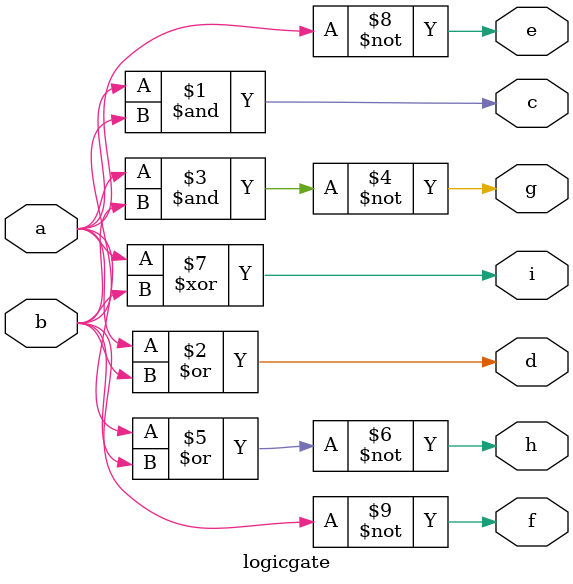
<source format=v>
`timescale 1ns / 1ps


module logicgate (
    output c, d, e, f, g, h, i,
    input a, b
);

and  u1(c, a, b);   // AND gate
or   u2(d, a, b);   // OR gate
not  u3(e, a);      // NOT A
not  u4(f, b);      // NOT B
nand u5(g, a, b);   // NAND gate
nor  u6(h, a, b);   // NOR gate
xor  u7(i, a, b);   // XOR gate

endmodule


</source>
